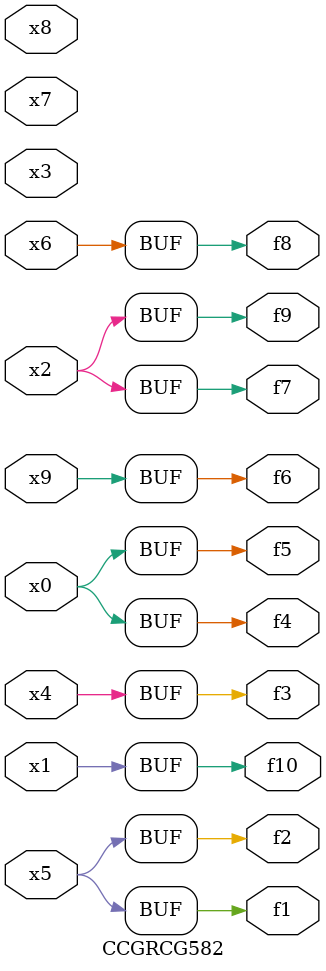
<source format=v>
module CCGRCG582(
	input x0, x1, x2, x3, x4, x5, x6, x7, x8, x9,
	output f1, f2, f3, f4, f5, f6, f7, f8, f9, f10
);
	assign f1 = x5;
	assign f2 = x5;
	assign f3 = x4;
	assign f4 = x0;
	assign f5 = x0;
	assign f6 = x9;
	assign f7 = x2;
	assign f8 = x6;
	assign f9 = x2;
	assign f10 = x1;
endmodule

</source>
